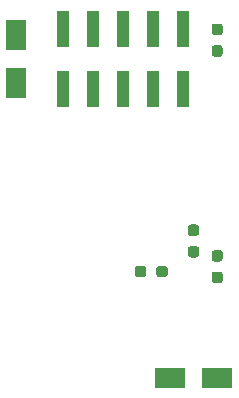
<source format=gbr>
%TF.GenerationSoftware,KiCad,Pcbnew,5.1.10-1.fc34*%
%TF.CreationDate,2021-09-08T08:00:36+01:00*%
%TF.ProjectId,cryosub_power_converter_top_v01,6372796f-7375-4625-9f70-6f7765725f63,rev?*%
%TF.SameCoordinates,Original*%
%TF.FileFunction,Paste,Bot*%
%TF.FilePolarity,Positive*%
%FSLAX46Y46*%
G04 Gerber Fmt 4.6, Leading zero omitted, Abs format (unit mm)*
G04 Created by KiCad (PCBNEW 5.1.10-1.fc34) date 2021-09-08 08:00:36*
%MOMM*%
%LPD*%
G01*
G04 APERTURE LIST*
%ADD10R,1.000000X3.150000*%
%ADD11R,2.500000X1.800000*%
%ADD12R,1.800000X2.500000*%
G04 APERTURE END LIST*
D10*
%TO.C,J2*%
X117080000Y-110525000D03*
X117080000Y-105475000D03*
X114540000Y-110525000D03*
X114540000Y-105475000D03*
X112000000Y-110525000D03*
X112000000Y-105475000D03*
X109460000Y-110525000D03*
X109460000Y-105475000D03*
X106920000Y-110525000D03*
X106920000Y-105475000D03*
%TD*%
D11*
%TO.C,D1*%
X116000000Y-135000000D03*
X120000000Y-135000000D03*
%TD*%
D12*
%TO.C,D2*%
X103000000Y-110000000D03*
X103000000Y-106000000D03*
%TD*%
%TO.C,R4*%
G36*
G01*
X119762500Y-126012500D02*
X120237500Y-126012500D01*
G75*
G02*
X120475000Y-126250000I0J-237500D01*
G01*
X120475000Y-126750000D01*
G75*
G02*
X120237500Y-126987500I-237500J0D01*
G01*
X119762500Y-126987500D01*
G75*
G02*
X119525000Y-126750000I0J237500D01*
G01*
X119525000Y-126250000D01*
G75*
G02*
X119762500Y-126012500I237500J0D01*
G01*
G37*
G36*
G01*
X119762500Y-124187500D02*
X120237500Y-124187500D01*
G75*
G02*
X120475000Y-124425000I0J-237500D01*
G01*
X120475000Y-124925000D01*
G75*
G02*
X120237500Y-125162500I-237500J0D01*
G01*
X119762500Y-125162500D01*
G75*
G02*
X119525000Y-124925000I0J237500D01*
G01*
X119525000Y-124425000D01*
G75*
G02*
X119762500Y-124187500I237500J0D01*
G01*
G37*
%TD*%
%TO.C,R5*%
G36*
G01*
X114837500Y-126237500D02*
X114837500Y-125762500D01*
G75*
G02*
X115075000Y-125525000I237500J0D01*
G01*
X115575000Y-125525000D01*
G75*
G02*
X115812500Y-125762500I0J-237500D01*
G01*
X115812500Y-126237500D01*
G75*
G02*
X115575000Y-126475000I-237500J0D01*
G01*
X115075000Y-126475000D01*
G75*
G02*
X114837500Y-126237500I0J237500D01*
G01*
G37*
G36*
G01*
X113012500Y-126237500D02*
X113012500Y-125762500D01*
G75*
G02*
X113250000Y-125525000I237500J0D01*
G01*
X113750000Y-125525000D01*
G75*
G02*
X113987500Y-125762500I0J-237500D01*
G01*
X113987500Y-126237500D01*
G75*
G02*
X113750000Y-126475000I-237500J0D01*
G01*
X113250000Y-126475000D01*
G75*
G02*
X113012500Y-126237500I0J237500D01*
G01*
G37*
%TD*%
%TO.C,R6*%
G36*
G01*
X117762500Y-123837500D02*
X118237500Y-123837500D01*
G75*
G02*
X118475000Y-124075000I0J-237500D01*
G01*
X118475000Y-124575000D01*
G75*
G02*
X118237500Y-124812500I-237500J0D01*
G01*
X117762500Y-124812500D01*
G75*
G02*
X117525000Y-124575000I0J237500D01*
G01*
X117525000Y-124075000D01*
G75*
G02*
X117762500Y-123837500I237500J0D01*
G01*
G37*
G36*
G01*
X117762500Y-122012500D02*
X118237500Y-122012500D01*
G75*
G02*
X118475000Y-122250000I0J-237500D01*
G01*
X118475000Y-122750000D01*
G75*
G02*
X118237500Y-122987500I-237500J0D01*
G01*
X117762500Y-122987500D01*
G75*
G02*
X117525000Y-122750000I0J237500D01*
G01*
X117525000Y-122250000D01*
G75*
G02*
X117762500Y-122012500I237500J0D01*
G01*
G37*
%TD*%
%TO.C,R8*%
G36*
G01*
X120237500Y-107812500D02*
X119762500Y-107812500D01*
G75*
G02*
X119525000Y-107575000I0J237500D01*
G01*
X119525000Y-107075000D01*
G75*
G02*
X119762500Y-106837500I237500J0D01*
G01*
X120237500Y-106837500D01*
G75*
G02*
X120475000Y-107075000I0J-237500D01*
G01*
X120475000Y-107575000D01*
G75*
G02*
X120237500Y-107812500I-237500J0D01*
G01*
G37*
G36*
G01*
X120237500Y-105987500D02*
X119762500Y-105987500D01*
G75*
G02*
X119525000Y-105750000I0J237500D01*
G01*
X119525000Y-105250000D01*
G75*
G02*
X119762500Y-105012500I237500J0D01*
G01*
X120237500Y-105012500D01*
G75*
G02*
X120475000Y-105250000I0J-237500D01*
G01*
X120475000Y-105750000D01*
G75*
G02*
X120237500Y-105987500I-237500J0D01*
G01*
G37*
%TD*%
M02*

</source>
